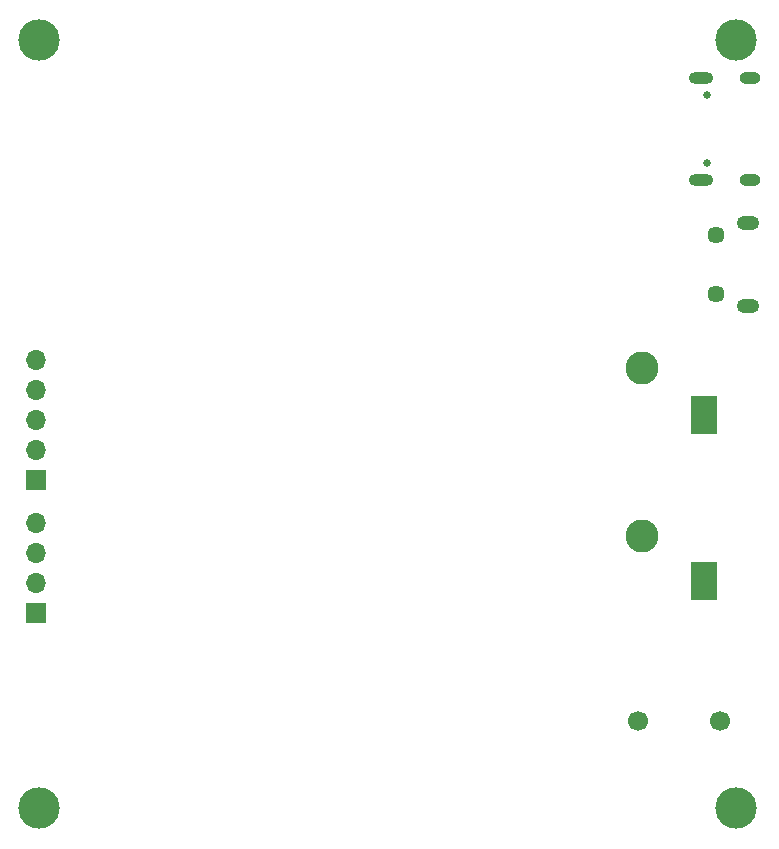
<source format=gbr>
%TF.GenerationSoftware,KiCad,Pcbnew,8.0.0*%
%TF.CreationDate,2024-10-16T16:52:34+02:00*%
%TF.ProjectId,LucaudioESP32_V1_1_0,4c756361-7564-4696-9f45-535033325f56,rev?*%
%TF.SameCoordinates,Original*%
%TF.FileFunction,Soldermask,Bot*%
%TF.FilePolarity,Negative*%
%FSLAX46Y46*%
G04 Gerber Fmt 4.6, Leading zero omitted, Abs format (unit mm)*
G04 Created by KiCad (PCBNEW 8.0.0) date 2024-10-16 16:52:34*
%MOMM*%
%LPD*%
G01*
G04 APERTURE LIST*
%ADD10R,1.700000X1.700000*%
%ADD11O,1.700000X1.700000*%
%ADD12O,1.900000X1.200000*%
%ADD13C,1.450000*%
%ADD14C,2.800000*%
%ADD15R,2.200000X3.200000*%
%ADD16C,3.500000*%
%ADD17O,1.800000X1.000000*%
%ADD18O,2.100000X1.000000*%
%ADD19C,0.650000*%
%ADD20C,1.700000*%
G04 APERTURE END LIST*
D10*
%TO.C,J4*%
X104750000Y-117000000D03*
D11*
X104750000Y-114460000D03*
X104750000Y-111920000D03*
X104750000Y-109380000D03*
%TD*%
D10*
%TO.C,J5*%
X104750000Y-105746800D03*
D11*
X104750000Y-103206800D03*
X104750000Y-100666800D03*
X104750000Y-98126800D03*
X104750000Y-95586800D03*
%TD*%
D12*
%TO.C,J8*%
X164987500Y-90996800D03*
D13*
X162287500Y-89996800D03*
X162287500Y-84996800D03*
D12*
X164987500Y-83996800D03*
%TD*%
D14*
%TO.C,J2*%
X156000000Y-96250000D03*
X156000000Y-110500000D03*
D15*
X161250000Y-114250000D03*
X161250000Y-100250000D03*
%TD*%
D16*
%TO.C,REF\u002A\u002A*%
X105000000Y-133500000D03*
%TD*%
%TO.C,REF\u002A\u002A*%
X164000000Y-133500000D03*
%TD*%
D17*
%TO.C,J3*%
X165189200Y-71676800D03*
D18*
X160989200Y-71676800D03*
D17*
X165189200Y-80316800D03*
D18*
X160989200Y-80316800D03*
D19*
X161509200Y-73106800D03*
X161509200Y-78886800D03*
%TD*%
D16*
%TO.C,REF\u002A\u002A*%
X105000000Y-68500000D03*
%TD*%
D20*
%TO.C,J9*%
X155666000Y-126094000D03*
X162666000Y-126094000D03*
%TD*%
D16*
%TO.C,REF\u002A\u002A*%
X164000000Y-68500000D03*
%TD*%
M02*

</source>
